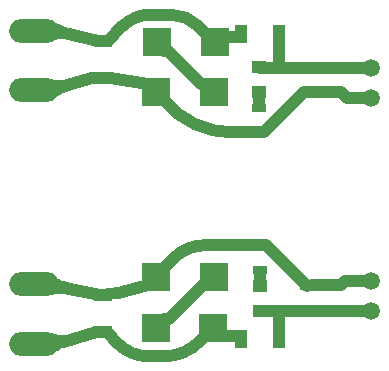
<source format=gbr>
%TF.GenerationSoftware,Altium Limited,Altium Designer,24.7.2 (38)*%
G04 Layer_Physical_Order=1*
G04 Layer_Color=255*
%FSLAX43Y43*%
%MOMM*%
%TF.SameCoordinates,E959DE18-6F16-491B-AE1F-B8F7C51A02EC*%
%TF.FilePolarity,Positive*%
%TF.FileFunction,Copper,L1,Top,Signal*%
%TF.Part,Single*%
G01*
G75*
%TA.AperFunction,Conductor*%
%ADD10C,1.000*%
%TA.AperFunction,SMDPad,CuDef*%
%ADD11R,1.250X0.800*%
%TA.AperFunction,ConnectorPad*%
%ADD12R,1.000X1.600*%
%TA.AperFunction,SMDPad,CuDef*%
%ADD13R,1.000X1.600*%
%ADD14R,2.400X2.400*%
%ADD15R,1.600X1.000*%
%ADD16R,1.200X1.100*%
%TA.AperFunction,ComponentPad*%
%ADD17O,4.200X2.000*%
%ADD18C,1.500*%
G36*
X-1497Y-13490D02*
X-1654Y-13521D01*
X-1952Y-13602D01*
X-2094Y-13652D01*
X-2363Y-13771D01*
X-2490Y-13839D01*
X-2613Y-13914D01*
X-2731Y-13995D01*
X-2843Y-14083D01*
X-3017Y-12324D01*
X-2897Y-12382D01*
X-2773Y-12431D01*
X-2645Y-12471D01*
X-2511Y-12501D01*
X-2373Y-12523D01*
X-2230Y-12535D01*
X-2082Y-12538D01*
X-1930Y-12532D01*
X-1772Y-12517D01*
X-1611Y-12492D01*
X-1497Y-13490D01*
D02*
G37*
G36*
X-1648Y-9076D02*
X-1817Y-9046D01*
X-2133Y-9013D01*
X-2281Y-9010D01*
X-2422Y-9015D01*
X-2555Y-9030D01*
X-2681Y-9053D01*
X-2800Y-9085D01*
X-2912Y-9126D01*
X-3017Y-9176D01*
X-2692Y-7542D01*
X-2625Y-7613D01*
X-2547Y-7681D01*
X-2456Y-7745D01*
X-2354Y-7806D01*
X-2239Y-7862D01*
X-2112Y-7915D01*
X-1974Y-7964D01*
X-1660Y-8051D01*
X-1485Y-8089D01*
X-1648Y-9076D01*
D02*
G37*
G36*
X-1312Y8190D02*
X-1526Y8125D01*
X-2214Y7866D01*
X-2343Y7801D01*
X-2456Y7736D01*
X-2551Y7671D01*
X-2630Y7606D01*
X-2692Y7542D01*
X-3017Y9176D01*
X-2907Y9124D01*
X-2791Y9083D01*
X-2669Y9052D01*
X-2541Y9032D01*
X-2407Y9023D01*
X-2267Y9024D01*
X-2121Y9035D01*
X-1969Y9058D01*
X-1811Y9091D01*
X-1646Y9134D01*
X-1312Y8190D01*
D02*
G37*
G36*
X-1597Y12463D02*
X-1757Y12495D01*
X-1913Y12517D01*
X-2065Y12529D01*
X-2213Y12530D01*
X-2357Y12522D01*
X-2497Y12503D01*
X-2633Y12474D01*
X-2765Y12434D01*
X-2893Y12384D01*
X-3017Y12324D01*
X-2843Y14083D01*
X-2737Y14000D01*
X-2625Y13922D01*
X-2385Y13781D01*
X-2257Y13718D01*
X-1985Y13606D01*
X-1840Y13557D01*
X-1536Y13475D01*
X-1597Y12463D01*
D02*
G37*
D10*
X5376Y14600D02*
G03*
X2984Y13609I-0J-3383D01*
G01*
X9961Y-4925D02*
G03*
X7329Y-6015I0J-3724D01*
G01*
X6519Y7325D02*
G03*
X12302Y4625I5783J4844D01*
G01*
X1405Y-9123D02*
G03*
X2909Y-8920I-4J5700D01*
G01*
X-3453Y8225D02*
G03*
X-2526Y8357I-2J3329D01*
G01*
X-4075Y-13250D02*
G03*
X693Y-12300I-8J12480D01*
G01*
X9383Y13648D02*
G03*
X7083Y14600I-2300J-2304D01*
G01*
X2617Y-13267D02*
G03*
X5178Y-14325I2556J2560D01*
G01*
X6531Y-14325D02*
G03*
X9476Y-13105I0J4164D01*
G01*
X21500Y-8325D02*
X21865Y-7960D01*
X24000D01*
X19039Y-8325D02*
X21500D01*
X1775Y12400D02*
X2984Y13609D01*
X1350Y12400D02*
X1775D01*
X9961Y-4925D02*
X14510D01*
X12302Y4625D02*
X14400D01*
X14525D02*
X14936D01*
X5119Y-8314D02*
X5819Y-7614D01*
X6081Y-7263D02*
X6444Y-6900D01*
X2909Y-8920D02*
X5119Y-8314D01*
X1943Y9200D02*
X5119Y8725D01*
X1350Y9200D02*
X1943D01*
X5119Y8725D02*
X5819Y8025D01*
X14612Y10075D02*
X16250D01*
X18386Y8075D02*
X21450D01*
X14936Y4625D02*
X18386Y8075D01*
X14562Y6987D02*
Y7925D01*
X14564Y7975D02*
X14575Y8025D01*
X14562Y7925D02*
X14564Y7975D01*
X14550Y6975D02*
X14562Y6987D01*
X-3001Y13300D02*
X896Y12400D01*
X1350Y12400D01*
X-4450Y13300D02*
X-3001Y13300D01*
X-2526Y8357D02*
X372Y9200D01*
X1078Y9200D02*
X1350Y9200D01*
X-4475Y8225D02*
X-3453Y8225D01*
X372Y9200D02*
X1078Y9200D01*
X21450Y8075D02*
X21974Y7551D01*
X24000D02*
X24000Y7551D01*
X21974Y7551D02*
X24000D01*
X6825Y11550D02*
X9650Y8725D01*
X6500Y11550D02*
X6825D01*
X9650Y8725D02*
X10350D01*
X10950Y8125D01*
X5819Y8025D02*
X6519Y7325D01*
X14655Y-8345D02*
Y-7200D01*
X15150Y-4925D02*
X18500Y-8275D01*
Y-8300D02*
X18525D01*
X14600Y-4925D02*
X15150D01*
X18500Y-8300D02*
Y-8275D01*
X18525Y-8300D02*
X18625Y-8400D01*
X14625Y-10525D02*
X16200D01*
Y-12900D02*
Y-10525D01*
X18450D01*
X10806Y-12025D02*
X11381Y-12600D01*
X11967D02*
X11967Y-12600D01*
X13000Y-12834D02*
Y-12600D01*
X10806Y-12025D02*
Y-11775D01*
X11381Y-12600D02*
X11967D01*
X11967Y-12600D02*
X13000D01*
X18700Y-10525D02*
X23740D01*
X23865Y-10400D02*
X24000D01*
X23740Y-10525D02*
X23865Y-10400D01*
X-4235Y-8250D02*
X-4160Y-8175D01*
X-3625D01*
X-4500Y-8250D02*
X-4235D01*
X-3625Y-8175D02*
X1050Y-9100D01*
X1350D01*
X-4500Y-13250D02*
X-4075D01*
X693Y-12300D02*
X1050Y-12300D01*
X1350D01*
X5376Y14600D02*
X7083D01*
X9383Y13648D02*
X10081Y12950D01*
X10681Y12350D01*
Y12350D02*
X11006Y12675D01*
X5800Y12250D02*
X6500Y11550D01*
X18750Y10050D02*
X23959D01*
X16250Y10075D02*
X18625D01*
X16250D02*
Y12975D01*
X11006Y12675D02*
X13050D01*
Y12975D01*
X6912Y-11200D02*
X9798Y-8314D01*
X6500Y-11200D02*
X6912D01*
X10000Y-8314D02*
X10625Y-7689D01*
X9798Y-8314D02*
X10000D01*
X10625Y-7689D02*
Y-7600D01*
X1350Y-12300D02*
X1650Y-12300D01*
X2617Y-13267D01*
X5178Y-14325D02*
X6529D01*
X6444Y-6900D02*
X7329Y-6015D01*
X9476Y-13105D02*
X10681Y-11900D01*
X6529Y-14325D02*
X6531Y-14325D01*
X5800Y-11900D02*
X6500Y-11200D01*
D11*
X14600Y-5015D02*
D03*
Y-7015D02*
D03*
X14525Y4675D02*
D03*
Y6675D02*
D03*
X18625Y8075D02*
D03*
Y10075D02*
D03*
Y-10400D02*
D03*
Y-8400D02*
D03*
D12*
X16250Y12975D02*
D03*
X13050D02*
D03*
D13*
X16200Y-12900D02*
D03*
X13000D02*
D03*
D14*
X10700Y-7614D02*
D03*
X5819D02*
D03*
X5800Y-11900D02*
D03*
X10681D02*
D03*
X10700Y8025D02*
D03*
X5819D02*
D03*
X5900Y12250D02*
D03*
X10781D02*
D03*
D15*
X1350Y-12300D02*
D03*
Y-9100D02*
D03*
Y12400D02*
D03*
Y9200D02*
D03*
D16*
X14600Y-10500D02*
D03*
Y-8400D02*
D03*
X14575Y10125D02*
D03*
Y8025D02*
D03*
D17*
X-4500Y-8250D02*
D03*
Y-13250D02*
D03*
Y8250D02*
D03*
Y13250D02*
D03*
D18*
X24000Y-10500D02*
D03*
Y-7960D02*
D03*
X24000Y7551D02*
D03*
Y10091D02*
D03*
%TF.MD5,8c42c0c9d506b2bd06c74fea4f3ec6e6*%
M02*

</source>
